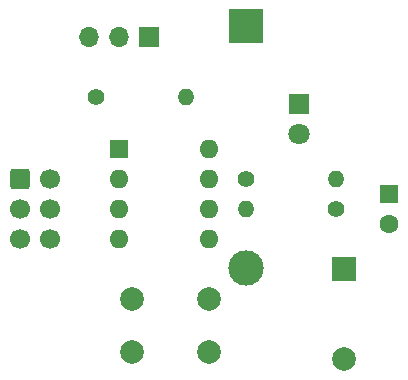
<source format=gts>
G04 #@! TF.GenerationSoftware,KiCad,Pcbnew,6.0.8-1.fc36*
G04 #@! TF.CreationDate,2022-10-16T22:18:10-05:00*
G04 #@! TF.ProjectId,Pomodoro,506f6d6f-646f-4726-9f2e-6b696361645f,rev?*
G04 #@! TF.SameCoordinates,Original*
G04 #@! TF.FileFunction,Soldermask,Top*
G04 #@! TF.FilePolarity,Negative*
%FSLAX46Y46*%
G04 Gerber Fmt 4.6, Leading zero omitted, Abs format (unit mm)*
G04 Created by KiCad (PCBNEW 6.0.8-1.fc36) date 2022-10-16 22:18:10*
%MOMM*%
%LPD*%
G01*
G04 APERTURE LIST*
G04 Aperture macros list*
%AMRoundRect*
0 Rectangle with rounded corners*
0 $1 Rounding radius*
0 $2 $3 $4 $5 $6 $7 $8 $9 X,Y pos of 4 corners*
0 Add a 4 corners polygon primitive as box body*
4,1,4,$2,$3,$4,$5,$6,$7,$8,$9,$2,$3,0*
0 Add four circle primitives for the rounded corners*
1,1,$1+$1,$2,$3*
1,1,$1+$1,$4,$5*
1,1,$1+$1,$6,$7*
1,1,$1+$1,$8,$9*
0 Add four rect primitives between the rounded corners*
20,1,$1+$1,$2,$3,$4,$5,0*
20,1,$1+$1,$4,$5,$6,$7,0*
20,1,$1+$1,$6,$7,$8,$9,0*
20,1,$1+$1,$8,$9,$2,$3,0*%
G04 Aperture macros list end*
%ADD10R,2.000000X2.000000*%
%ADD11C,2.000000*%
%ADD12R,1.600000X1.600000*%
%ADD13C,1.600000*%
%ADD14R,1.800000X1.800000*%
%ADD15C,1.800000*%
%ADD16RoundRect,0.250000X-0.600000X-0.600000X0.600000X-0.600000X0.600000X0.600000X-0.600000X0.600000X0*%
%ADD17C,1.700000*%
%ADD18R,1.700000X1.700000*%
%ADD19O,1.700000X1.700000*%
%ADD20C,1.400000*%
%ADD21O,1.400000X1.400000*%
%ADD22O,1.600000X1.600000*%
%ADD23R,3.000000X3.000000*%
%ADD24C,3.000000*%
G04 APERTURE END LIST*
D10*
X104140000Y-123200000D03*
D11*
X104140000Y-130800000D03*
D12*
X107950000Y-116840000D03*
D13*
X107950000Y-119340000D03*
D14*
X100330000Y-109215000D03*
D15*
X100330000Y-111755000D03*
D16*
X76717500Y-115565000D03*
D17*
X79257500Y-115565000D03*
X76717500Y-118105000D03*
X79257500Y-118105000D03*
X76717500Y-120645000D03*
X79257500Y-120645000D03*
D18*
X87630000Y-103530000D03*
D19*
X85090000Y-103530000D03*
X82550000Y-103530000D03*
D20*
X103505000Y-118110000D03*
D21*
X95885000Y-118110000D03*
D20*
X83185000Y-108585000D03*
D21*
X90805000Y-108585000D03*
D11*
X92710000Y-125730000D03*
X86210000Y-125730000D03*
X86210000Y-130230000D03*
X92710000Y-130230000D03*
D12*
X85100000Y-113040000D03*
D22*
X85100000Y-115580000D03*
X85100000Y-118120000D03*
X85100000Y-120660000D03*
X92720000Y-120660000D03*
X92720000Y-118120000D03*
X92720000Y-115580000D03*
X92720000Y-113040000D03*
D20*
X95885000Y-115570000D03*
D21*
X103505000Y-115570000D03*
D23*
X95885000Y-102628920D03*
D24*
X95885000Y-123118920D03*
M02*

</source>
